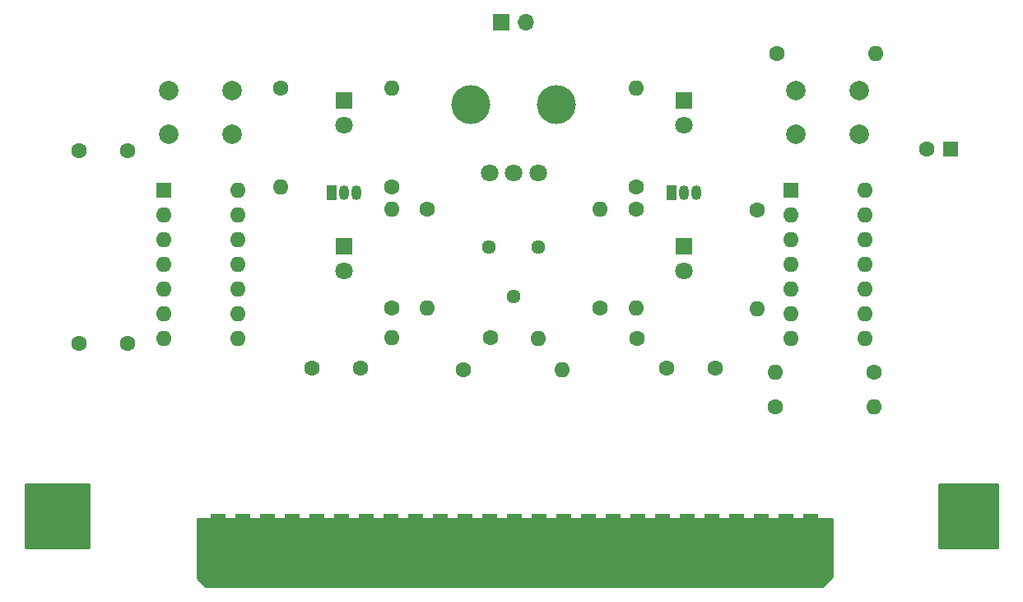
<source format=gbr>
G04 #@! TF.GenerationSoftware,KiCad,Pcbnew,(5.1.7)-1*
G04 #@! TF.CreationDate,2022-02-28T18:55:12-06:00*
G04 #@! TF.ProjectId,ChipLoop,43686970-4c6f-46f7-902e-6b696361645f,rev?*
G04 #@! TF.SameCoordinates,Original*
G04 #@! TF.FileFunction,Soldermask,Bot*
G04 #@! TF.FilePolarity,Negative*
%FSLAX46Y46*%
G04 Gerber Fmt 4.6, Leading zero omitted, Abs format (unit mm)*
G04 Created by KiCad (PCBNEW (5.1.7)-1) date 2022-02-28 18:55:12*
%MOMM*%
%LPD*%
G01*
G04 APERTURE LIST*
%ADD10C,1.600000*%
%ADD11O,1.600000X1.600000*%
%ADD12R,1.800000X1.800000*%
%ADD13C,1.800000*%
%ADD14C,5.000000*%
%ADD15R,1.500000X7.000000*%
%ADD16O,1.050000X1.500000*%
%ADD17R,1.050000X1.500000*%
%ADD18C,4.000000*%
%ADD19C,2.000000*%
%ADD20R,1.600000X1.600000*%
%ADD21R,1.700000X1.700000*%
%ADD22O,1.700000X1.700000*%
%ADD23C,1.440000*%
%ADD24C,0.254000*%
%ADD25C,0.100000*%
G04 APERTURE END LIST*
D10*
G04 #@! TO.C,R11*
X120142000Y-101346000D03*
D11*
X120142000Y-91186000D03*
G04 #@! TD*
D12*
G04 #@! TO.C,D4*
X115250000Y-95000000D03*
D13*
X115250000Y-97540000D03*
G04 #@! TD*
G04 #@! TO.C,D5*
X150250000Y-97540000D03*
D12*
X150250000Y-95000000D03*
G04 #@! TD*
D14*
G04 #@! TO.C,H1*
X85350000Y-122600000D03*
G04 #@! TD*
G04 #@! TO.C,H2*
X180150000Y-122600000D03*
G04 #@! TD*
D15*
G04 #@! TO.C,J2*
X163230000Y-126000000D03*
X160690000Y-126000000D03*
X158150000Y-126000000D03*
X155610000Y-126000000D03*
X153070000Y-126000000D03*
X150530000Y-126000000D03*
X147990000Y-126000000D03*
X145450000Y-126000000D03*
X142910000Y-126000000D03*
X140370000Y-126000000D03*
X137830000Y-126000000D03*
X135290000Y-126000000D03*
X132750000Y-126000000D03*
X130210000Y-126000000D03*
X127670000Y-126000000D03*
X125130000Y-126000000D03*
X122590000Y-126000000D03*
X120050000Y-126000000D03*
X117510000Y-126000000D03*
X114970000Y-126000000D03*
X112430000Y-126000000D03*
X109890000Y-126000000D03*
X107350000Y-126000000D03*
X104810000Y-126000000D03*
X102270000Y-126000000D03*
G04 #@! TD*
D10*
G04 #@! TO.C,C4*
X153416000Y-107588000D03*
X148416000Y-107588000D03*
G04 #@! TD*
G04 #@! TO.C,C5*
X87964000Y-105048000D03*
X92964000Y-105048000D03*
G04 #@! TD*
D13*
G04 #@! TO.C,D1*
X115250000Y-82540000D03*
D12*
X115250000Y-80000000D03*
G04 #@! TD*
G04 #@! TO.C,D2*
X150250000Y-80000000D03*
D13*
X150250000Y-82540000D03*
G04 #@! TD*
D16*
G04 #@! TO.C,Q1*
X150250000Y-89500000D03*
X151520000Y-89500000D03*
D17*
X148980000Y-89500000D03*
G04 #@! TD*
D11*
G04 #@! TO.C,R9*
X169926000Y-75184000D03*
D10*
X159766000Y-75184000D03*
G04 #@! TD*
D11*
G04 #@! TO.C,R4*
X120142000Y-78740000D03*
D10*
X120142000Y-88900000D03*
G04 #@! TD*
G04 #@! TO.C,R5*
X145288000Y-88900000D03*
D11*
X145288000Y-78740000D03*
G04 #@! TD*
G04 #@! TO.C,R6*
X120142000Y-104394000D03*
D10*
X130302000Y-104394000D03*
G04 #@! TD*
G04 #@! TO.C,R12*
X145288000Y-91186000D03*
D11*
X145288000Y-101346000D03*
G04 #@! TD*
D13*
G04 #@! TO.C,RV1*
X130215000Y-87500000D03*
X132715000Y-87500000D03*
X135215000Y-87500000D03*
D18*
X128315000Y-80500000D03*
X137115000Y-80500000D03*
G04 #@! TD*
D19*
G04 #@! TO.C,SW1*
X97250000Y-83520000D03*
X97250000Y-79020000D03*
X103750000Y-83520000D03*
X103750000Y-79020000D03*
G04 #@! TD*
G04 #@! TO.C,SW2*
X168250000Y-79020000D03*
X168250000Y-83520000D03*
X161750000Y-79020000D03*
X161750000Y-83520000D03*
G04 #@! TD*
D20*
G04 #@! TO.C,U1*
X96690000Y-89281000D03*
D11*
X104310000Y-104521000D03*
X96690000Y-91821000D03*
X104310000Y-101981000D03*
X96690000Y-94361000D03*
X104310000Y-99441000D03*
X96690000Y-96901000D03*
X104310000Y-96901000D03*
X96690000Y-99441000D03*
X104310000Y-94361000D03*
X96690000Y-101981000D03*
X104310000Y-91821000D03*
X96690000Y-104521000D03*
X104310000Y-89281000D03*
G04 #@! TD*
G04 #@! TO.C,U2*
X168810000Y-89281000D03*
X161190000Y-104521000D03*
X168810000Y-91821000D03*
X161190000Y-101981000D03*
X168810000Y-94361000D03*
X161190000Y-99441000D03*
X168810000Y-96901000D03*
X161190000Y-96901000D03*
X168810000Y-99441000D03*
X161190000Y-94361000D03*
X168810000Y-101981000D03*
X161190000Y-91821000D03*
X168810000Y-104521000D03*
D20*
X161190000Y-89281000D03*
G04 #@! TD*
D21*
G04 #@! TO.C,D3*
X131445000Y-72009000D03*
D22*
X133985000Y-72009000D03*
G04 #@! TD*
D16*
G04 #@! TO.C,U3*
X115250000Y-89500000D03*
X116520000Y-89500000D03*
D17*
X113980000Y-89500000D03*
G04 #@! TD*
D10*
G04 #@! TO.C,C1*
X116967000Y-107588000D03*
X111967000Y-107588000D03*
G04 #@! TD*
D20*
G04 #@! TO.C,C2*
X177660000Y-85000000D03*
D10*
X175160000Y-85000000D03*
G04 #@! TD*
D11*
G04 #@! TO.C,R1*
X159639000Y-107950000D03*
D10*
X169799000Y-107950000D03*
G04 #@! TD*
G04 #@! TO.C,R2*
X159639000Y-111506000D03*
D11*
X169799000Y-111506000D03*
G04 #@! TD*
G04 #@! TO.C,R3*
X137668000Y-107696000D03*
D10*
X127508000Y-107696000D03*
G04 #@! TD*
G04 #@! TO.C,R7*
X157734000Y-91313000D03*
D11*
X157734000Y-101473000D03*
G04 #@! TD*
D10*
G04 #@! TO.C,C3*
X92964000Y-85236000D03*
X87964000Y-85236000D03*
G04 #@! TD*
G04 #@! TO.C,R8*
X123825000Y-91186000D03*
D11*
X123825000Y-101346000D03*
G04 #@! TD*
G04 #@! TO.C,R10*
X108712000Y-88900000D03*
D10*
X108712000Y-78740000D03*
G04 #@! TD*
G04 #@! TO.C,R13*
X145415000Y-104521000D03*
D11*
X135255000Y-104521000D03*
G04 #@! TD*
G04 #@! TO.C,R14*
X141605000Y-91186000D03*
D10*
X141605000Y-101346000D03*
G04 #@! TD*
D23*
G04 #@! TO.C,RV2*
X135255000Y-95123000D03*
X132715000Y-100203000D03*
X130175000Y-95123000D03*
G04 #@! TD*
D24*
X165480000Y-129000000D02*
X164480000Y-130000000D01*
X101020000Y-130000000D01*
X100203000Y-129183000D01*
X100203000Y-123063000D01*
X165480000Y-123063000D01*
X165480000Y-129000000D01*
D25*
G36*
X165480000Y-129000000D02*
G01*
X164480000Y-130000000D01*
X101020000Y-130000000D01*
X100203000Y-129183000D01*
X100203000Y-123063000D01*
X165480000Y-123063000D01*
X165480000Y-129000000D01*
G37*
D24*
X89000000Y-126000000D02*
X82500000Y-126000000D01*
X82500000Y-119507000D01*
X89000000Y-119507000D01*
X89000000Y-126000000D01*
D25*
G36*
X89000000Y-126000000D02*
G01*
X82500000Y-126000000D01*
X82500000Y-119507000D01*
X89000000Y-119507000D01*
X89000000Y-126000000D01*
G37*
D24*
X182499000Y-126000000D02*
X176500000Y-126000000D01*
X176500000Y-119507000D01*
X182499000Y-119507000D01*
X182499000Y-126000000D01*
D25*
G36*
X182499000Y-126000000D02*
G01*
X176500000Y-126000000D01*
X176500000Y-119507000D01*
X182499000Y-119507000D01*
X182499000Y-126000000D01*
G37*
M02*

</source>
